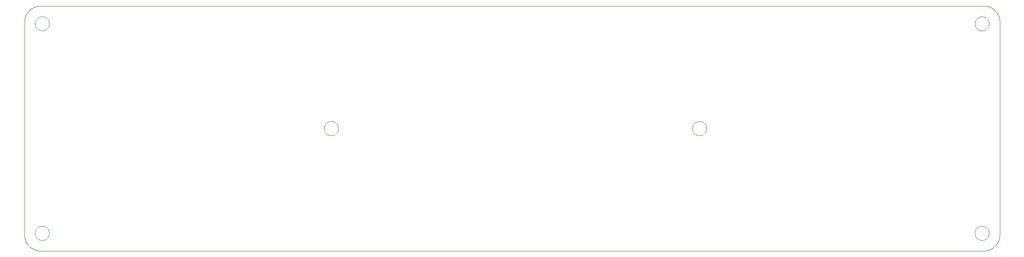
<source format=gko>
G75*
G70*
%OFA0B0*%
%FSLAX24Y24*%
%IPPOS*%
%LPD*%
%AMOC8*
5,1,8,0,0,1.08239X$1,22.5*
%
%ADD10C,0.0000*%
D10*
X002510Y001260D02*
X075510Y001260D01*
X075578Y001262D01*
X075645Y001267D01*
X075712Y001276D01*
X075779Y001289D01*
X075844Y001306D01*
X075909Y001325D01*
X075973Y001349D01*
X076035Y001376D01*
X076096Y001406D01*
X076154Y001439D01*
X076211Y001475D01*
X076266Y001515D01*
X076319Y001557D01*
X076370Y001603D01*
X076417Y001650D01*
X076463Y001701D01*
X076505Y001754D01*
X076545Y001809D01*
X076581Y001866D01*
X076614Y001924D01*
X076644Y001985D01*
X076671Y002047D01*
X076695Y002111D01*
X076714Y002176D01*
X076731Y002241D01*
X076744Y002308D01*
X076753Y002375D01*
X076758Y002442D01*
X076760Y002510D01*
X076760Y019010D01*
X076758Y019078D01*
X076753Y019145D01*
X076744Y019212D01*
X076731Y019279D01*
X076714Y019344D01*
X076695Y019409D01*
X076671Y019473D01*
X076644Y019535D01*
X076614Y019596D01*
X076581Y019654D01*
X076545Y019711D01*
X076505Y019766D01*
X076463Y019819D01*
X076417Y019870D01*
X076370Y019917D01*
X076319Y019963D01*
X076266Y020005D01*
X076211Y020045D01*
X076154Y020081D01*
X076096Y020114D01*
X076035Y020144D01*
X075973Y020171D01*
X075909Y020195D01*
X075844Y020214D01*
X075779Y020231D01*
X075712Y020244D01*
X075645Y020253D01*
X075578Y020258D01*
X075510Y020260D01*
X002510Y020260D01*
X002442Y020258D01*
X002375Y020253D01*
X002308Y020244D01*
X002241Y020231D01*
X002176Y020214D01*
X002111Y020195D01*
X002047Y020171D01*
X001985Y020144D01*
X001924Y020114D01*
X001866Y020081D01*
X001809Y020045D01*
X001754Y020005D01*
X001701Y019963D01*
X001650Y019917D01*
X001603Y019870D01*
X001557Y019819D01*
X001515Y019766D01*
X001475Y019711D01*
X001439Y019654D01*
X001406Y019596D01*
X001376Y019535D01*
X001349Y019473D01*
X001325Y019409D01*
X001306Y019344D01*
X001289Y019279D01*
X001276Y019212D01*
X001267Y019145D01*
X001262Y019078D01*
X001260Y019010D01*
X001260Y002510D01*
X001262Y002442D01*
X001267Y002375D01*
X001276Y002308D01*
X001289Y002241D01*
X001306Y002176D01*
X001325Y002111D01*
X001349Y002047D01*
X001376Y001985D01*
X001406Y001924D01*
X001439Y001866D01*
X001475Y001809D01*
X001515Y001754D01*
X001557Y001701D01*
X001603Y001650D01*
X001650Y001603D01*
X001701Y001557D01*
X001754Y001515D01*
X001809Y001475D01*
X001866Y001439D01*
X001924Y001406D01*
X001985Y001376D01*
X002047Y001349D01*
X002111Y001325D01*
X002176Y001306D01*
X002241Y001289D01*
X002308Y001276D01*
X002375Y001267D01*
X002442Y001262D01*
X002510Y001260D01*
X002084Y002635D02*
X002086Y002682D01*
X002092Y002728D01*
X002102Y002774D01*
X002115Y002819D01*
X002133Y002862D01*
X002154Y002904D01*
X002178Y002944D01*
X002206Y002981D01*
X002237Y003016D01*
X002271Y003049D01*
X002307Y003078D01*
X002346Y003104D01*
X002387Y003127D01*
X002430Y003146D01*
X002474Y003162D01*
X002519Y003174D01*
X002565Y003182D01*
X002612Y003186D01*
X002658Y003186D01*
X002705Y003182D01*
X002751Y003174D01*
X002796Y003162D01*
X002840Y003146D01*
X002883Y003127D01*
X002924Y003104D01*
X002963Y003078D01*
X002999Y003049D01*
X003033Y003016D01*
X003064Y002981D01*
X003092Y002944D01*
X003116Y002904D01*
X003137Y002862D01*
X003155Y002819D01*
X003168Y002774D01*
X003178Y002728D01*
X003184Y002682D01*
X003186Y002635D01*
X003184Y002588D01*
X003178Y002542D01*
X003168Y002496D01*
X003155Y002451D01*
X003137Y002408D01*
X003116Y002366D01*
X003092Y002326D01*
X003064Y002289D01*
X003033Y002254D01*
X002999Y002221D01*
X002963Y002192D01*
X002924Y002166D01*
X002883Y002143D01*
X002840Y002124D01*
X002796Y002108D01*
X002751Y002096D01*
X002705Y002088D01*
X002658Y002084D01*
X002612Y002084D01*
X002565Y002088D01*
X002519Y002096D01*
X002474Y002108D01*
X002430Y002124D01*
X002387Y002143D01*
X002346Y002166D01*
X002307Y002192D01*
X002271Y002221D01*
X002237Y002254D01*
X002206Y002289D01*
X002178Y002326D01*
X002154Y002366D01*
X002133Y002408D01*
X002115Y002451D01*
X002102Y002496D01*
X002092Y002542D01*
X002086Y002588D01*
X002084Y002635D01*
X024459Y010760D02*
X024461Y010807D01*
X024467Y010853D01*
X024477Y010899D01*
X024490Y010944D01*
X024508Y010987D01*
X024529Y011029D01*
X024553Y011069D01*
X024581Y011106D01*
X024612Y011141D01*
X024646Y011174D01*
X024682Y011203D01*
X024721Y011229D01*
X024762Y011252D01*
X024805Y011271D01*
X024849Y011287D01*
X024894Y011299D01*
X024940Y011307D01*
X024987Y011311D01*
X025033Y011311D01*
X025080Y011307D01*
X025126Y011299D01*
X025171Y011287D01*
X025215Y011271D01*
X025258Y011252D01*
X025299Y011229D01*
X025338Y011203D01*
X025374Y011174D01*
X025408Y011141D01*
X025439Y011106D01*
X025467Y011069D01*
X025491Y011029D01*
X025512Y010987D01*
X025530Y010944D01*
X025543Y010899D01*
X025553Y010853D01*
X025559Y010807D01*
X025561Y010760D01*
X025559Y010713D01*
X025553Y010667D01*
X025543Y010621D01*
X025530Y010576D01*
X025512Y010533D01*
X025491Y010491D01*
X025467Y010451D01*
X025439Y010414D01*
X025408Y010379D01*
X025374Y010346D01*
X025338Y010317D01*
X025299Y010291D01*
X025258Y010268D01*
X025215Y010249D01*
X025171Y010233D01*
X025126Y010221D01*
X025080Y010213D01*
X025033Y010209D01*
X024987Y010209D01*
X024940Y010213D01*
X024894Y010221D01*
X024849Y010233D01*
X024805Y010249D01*
X024762Y010268D01*
X024721Y010291D01*
X024682Y010317D01*
X024646Y010346D01*
X024612Y010379D01*
X024581Y010414D01*
X024553Y010451D01*
X024529Y010491D01*
X024508Y010533D01*
X024490Y010576D01*
X024477Y010621D01*
X024467Y010667D01*
X024461Y010713D01*
X024459Y010760D01*
X002084Y018885D02*
X002086Y018932D01*
X002092Y018978D01*
X002102Y019024D01*
X002115Y019069D01*
X002133Y019112D01*
X002154Y019154D01*
X002178Y019194D01*
X002206Y019231D01*
X002237Y019266D01*
X002271Y019299D01*
X002307Y019328D01*
X002346Y019354D01*
X002387Y019377D01*
X002430Y019396D01*
X002474Y019412D01*
X002519Y019424D01*
X002565Y019432D01*
X002612Y019436D01*
X002658Y019436D01*
X002705Y019432D01*
X002751Y019424D01*
X002796Y019412D01*
X002840Y019396D01*
X002883Y019377D01*
X002924Y019354D01*
X002963Y019328D01*
X002999Y019299D01*
X003033Y019266D01*
X003064Y019231D01*
X003092Y019194D01*
X003116Y019154D01*
X003137Y019112D01*
X003155Y019069D01*
X003168Y019024D01*
X003178Y018978D01*
X003184Y018932D01*
X003186Y018885D01*
X003184Y018838D01*
X003178Y018792D01*
X003168Y018746D01*
X003155Y018701D01*
X003137Y018658D01*
X003116Y018616D01*
X003092Y018576D01*
X003064Y018539D01*
X003033Y018504D01*
X002999Y018471D01*
X002963Y018442D01*
X002924Y018416D01*
X002883Y018393D01*
X002840Y018374D01*
X002796Y018358D01*
X002751Y018346D01*
X002705Y018338D01*
X002658Y018334D01*
X002612Y018334D01*
X002565Y018338D01*
X002519Y018346D01*
X002474Y018358D01*
X002430Y018374D01*
X002387Y018393D01*
X002346Y018416D01*
X002307Y018442D01*
X002271Y018471D01*
X002237Y018504D01*
X002206Y018539D01*
X002178Y018576D01*
X002154Y018616D01*
X002133Y018658D01*
X002115Y018701D01*
X002102Y018746D01*
X002092Y018792D01*
X002086Y018838D01*
X002084Y018885D01*
X052959Y010760D02*
X052961Y010807D01*
X052967Y010853D01*
X052977Y010899D01*
X052990Y010944D01*
X053008Y010987D01*
X053029Y011029D01*
X053053Y011069D01*
X053081Y011106D01*
X053112Y011141D01*
X053146Y011174D01*
X053182Y011203D01*
X053221Y011229D01*
X053262Y011252D01*
X053305Y011271D01*
X053349Y011287D01*
X053394Y011299D01*
X053440Y011307D01*
X053487Y011311D01*
X053533Y011311D01*
X053580Y011307D01*
X053626Y011299D01*
X053671Y011287D01*
X053715Y011271D01*
X053758Y011252D01*
X053799Y011229D01*
X053838Y011203D01*
X053874Y011174D01*
X053908Y011141D01*
X053939Y011106D01*
X053967Y011069D01*
X053991Y011029D01*
X054012Y010987D01*
X054030Y010944D01*
X054043Y010899D01*
X054053Y010853D01*
X054059Y010807D01*
X054061Y010760D01*
X054059Y010713D01*
X054053Y010667D01*
X054043Y010621D01*
X054030Y010576D01*
X054012Y010533D01*
X053991Y010491D01*
X053967Y010451D01*
X053939Y010414D01*
X053908Y010379D01*
X053874Y010346D01*
X053838Y010317D01*
X053799Y010291D01*
X053758Y010268D01*
X053715Y010249D01*
X053671Y010233D01*
X053626Y010221D01*
X053580Y010213D01*
X053533Y010209D01*
X053487Y010209D01*
X053440Y010213D01*
X053394Y010221D01*
X053349Y010233D01*
X053305Y010249D01*
X053262Y010268D01*
X053221Y010291D01*
X053182Y010317D01*
X053146Y010346D01*
X053112Y010379D01*
X053081Y010414D01*
X053053Y010451D01*
X053029Y010491D01*
X053008Y010533D01*
X052990Y010576D01*
X052977Y010621D01*
X052967Y010667D01*
X052961Y010713D01*
X052959Y010760D01*
X074834Y018885D02*
X074836Y018932D01*
X074842Y018978D01*
X074852Y019024D01*
X074865Y019069D01*
X074883Y019112D01*
X074904Y019154D01*
X074928Y019194D01*
X074956Y019231D01*
X074987Y019266D01*
X075021Y019299D01*
X075057Y019328D01*
X075096Y019354D01*
X075137Y019377D01*
X075180Y019396D01*
X075224Y019412D01*
X075269Y019424D01*
X075315Y019432D01*
X075362Y019436D01*
X075408Y019436D01*
X075455Y019432D01*
X075501Y019424D01*
X075546Y019412D01*
X075590Y019396D01*
X075633Y019377D01*
X075674Y019354D01*
X075713Y019328D01*
X075749Y019299D01*
X075783Y019266D01*
X075814Y019231D01*
X075842Y019194D01*
X075866Y019154D01*
X075887Y019112D01*
X075905Y019069D01*
X075918Y019024D01*
X075928Y018978D01*
X075934Y018932D01*
X075936Y018885D01*
X075934Y018838D01*
X075928Y018792D01*
X075918Y018746D01*
X075905Y018701D01*
X075887Y018658D01*
X075866Y018616D01*
X075842Y018576D01*
X075814Y018539D01*
X075783Y018504D01*
X075749Y018471D01*
X075713Y018442D01*
X075674Y018416D01*
X075633Y018393D01*
X075590Y018374D01*
X075546Y018358D01*
X075501Y018346D01*
X075455Y018338D01*
X075408Y018334D01*
X075362Y018334D01*
X075315Y018338D01*
X075269Y018346D01*
X075224Y018358D01*
X075180Y018374D01*
X075137Y018393D01*
X075096Y018416D01*
X075057Y018442D01*
X075021Y018471D01*
X074987Y018504D01*
X074956Y018539D01*
X074928Y018576D01*
X074904Y018616D01*
X074883Y018658D01*
X074865Y018701D01*
X074852Y018746D01*
X074842Y018792D01*
X074836Y018838D01*
X074834Y018885D01*
X074834Y002635D02*
X074836Y002682D01*
X074842Y002728D01*
X074852Y002774D01*
X074865Y002819D01*
X074883Y002862D01*
X074904Y002904D01*
X074928Y002944D01*
X074956Y002981D01*
X074987Y003016D01*
X075021Y003049D01*
X075057Y003078D01*
X075096Y003104D01*
X075137Y003127D01*
X075180Y003146D01*
X075224Y003162D01*
X075269Y003174D01*
X075315Y003182D01*
X075362Y003186D01*
X075408Y003186D01*
X075455Y003182D01*
X075501Y003174D01*
X075546Y003162D01*
X075590Y003146D01*
X075633Y003127D01*
X075674Y003104D01*
X075713Y003078D01*
X075749Y003049D01*
X075783Y003016D01*
X075814Y002981D01*
X075842Y002944D01*
X075866Y002904D01*
X075887Y002862D01*
X075905Y002819D01*
X075918Y002774D01*
X075928Y002728D01*
X075934Y002682D01*
X075936Y002635D01*
X075934Y002588D01*
X075928Y002542D01*
X075918Y002496D01*
X075905Y002451D01*
X075887Y002408D01*
X075866Y002366D01*
X075842Y002326D01*
X075814Y002289D01*
X075783Y002254D01*
X075749Y002221D01*
X075713Y002192D01*
X075674Y002166D01*
X075633Y002143D01*
X075590Y002124D01*
X075546Y002108D01*
X075501Y002096D01*
X075455Y002088D01*
X075408Y002084D01*
X075362Y002084D01*
X075315Y002088D01*
X075269Y002096D01*
X075224Y002108D01*
X075180Y002124D01*
X075137Y002143D01*
X075096Y002166D01*
X075057Y002192D01*
X075021Y002221D01*
X074987Y002254D01*
X074956Y002289D01*
X074928Y002326D01*
X074904Y002366D01*
X074883Y002408D01*
X074865Y002451D01*
X074852Y002496D01*
X074842Y002542D01*
X074836Y002588D01*
X074834Y002635D01*
M02*

</source>
